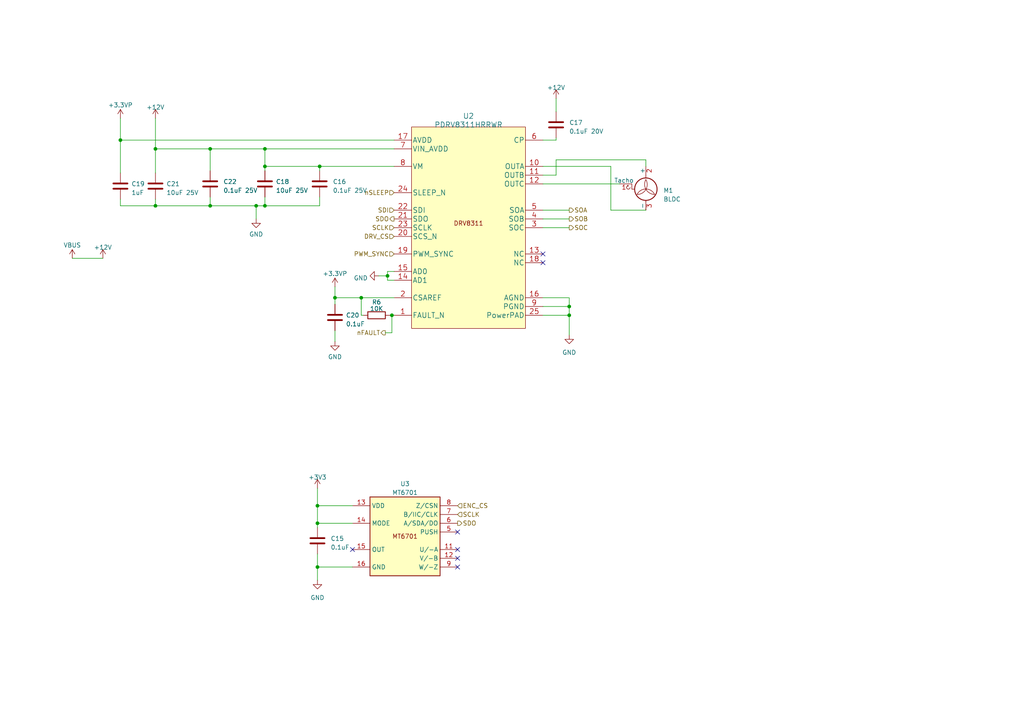
<source format=kicad_sch>
(kicad_sch (version 20230221) (generator eeschema)
  (paper "A4")
  (title_block (title "haptic-knob") (company "wirano"))
  (lib_symbols
    (symbol "Device:C" (pin_numbers hide) (pin_names (offset 0.254))
      (property "Reference" "C" (at 0.635 2.54 0))
      (property "Value" "C" (at 0.635 -2.54 0))
      (symbol "C_0_1"
        (polyline (pts (xy -2.032 -0.762) (xy 2.032 -0.762)) (stroke (width 0.508)))
        (polyline (pts (xy -2.032 0.762) (xy 2.032 0.762)) (stroke (width 0.508)))
      )
      (symbol "C_1_1"
        (pin passive line (at 0 3.81 270) (length 2.794) (name "~") (number "1"))
        (pin passive line (at 0 -3.81 90) (length 2.794) (name "~") (number "2"))
      )
    )
    (symbol "Device:R" (pin_numbers hide) (pin_names (offset 0))
      (property "Reference" "R" (at 2.032 0 90))
      (property "Value" "R" (at 0 0 90))
      (symbol "R_0_1"
        (rectangle (start -1.016 -2.54) (end 1.016 2.54) (stroke (width 0.254)))
      )
      (symbol "R_1_1"
        (pin passive line (at 0 3.81 270) (length 1.27) (name "~") (number "1"))
        (pin passive line (at 0 -3.81 90) (length 1.27) (name "~") (number "2"))
      )
    )
    (symbol "MT6701QT-STD:MT6701"
      (property "Reference" "U" (at -10.16 15.24 0))
      (property "Value" "MT6701" (at -10.16 12.7 0))
      (symbol "MT6701_0_0"
        (rectangle (start -10.16 11.43) (end 10.16 -11.43) (stroke (width 0.254)) (fill (type background)))
        (text "MT6701" (at 0 0 0) (effects (font (size 1.27 1.27))))
      )
      (symbol "MT6701_1_1"
        (pin no_connect line (at -2.54 26.67 0) (length 5.08) hide (name "NC") (number "1"))
        (pin no_connect line (at -2.54 16.51 0) (length 5.08) hide (name "NC") (number "10"))
        (pin output line (at 15.24 -3.81 180) (length 5.08) (name "U/-A") (number "11"))
        (pin output line (at 15.24 -6.35 180) (length 5.08) (name "V/-B") (number "12"))
        (pin power_in line (at -15.24 8.89 0) (length 5.08) (name "VDD") (number "13"))
        (pin input line (at -15.24 3.81 0) (length 5.08) (name "MODE") (number "14"))
        (pin output line (at -15.24 -3.81 0) (length 5.08) (name "OUT") (number "15"))
        (pin power_out line (at -15.24 -8.89 0) (length 5.08) (name "GND") (number "16"))
        (pin no_connect line (at -2.54 24.13 0) (length 5.08) hide (name "NC") (number "2"))
        (pin no_connect line (at -2.54 21.59 0) (length 5.08) hide (name "NC") (number "3"))
        (pin no_connect line (at -2.54 19.05 0) (length 5.08) hide (name "NC") (number "4"))
        (pin output line (at 15.24 1.27 180) (length 5.08) (name "PUSH") (number "5"))
        (pin bidirectional line (at 15.24 3.81 180) (length 5.08) (name "A/SDA/DO") (number "6"))
        (pin bidirectional line (at 15.24 6.35 180) (length 5.08) (name "B/IIC/CLK") (number "7"))
        (pin input line (at 15.24 8.89 180) (length 5.08) (name "Z/CSN") (number "8"))
        (pin output line (at 15.24 -8.89 180) (length 5.08) (name "W/-Z") (number "9"))
      )
    )
    (symbol "Motor:Fan_3pin" (pin_names (offset 0))
      (property "Reference" "M" (at 2.54 2.54 0))
      (property "Value" "Fan_3pin" (at 2.54 -5.08 0))
      (symbol "Fan_3pin_0_0"
        (arc (start -5.588 -1.016) (mid -5.08 -1.5218) (end -4.572 -1.016))
        (arc (start -5.08 -0.508) (mid -5.4392 -0.6568) (end -5.588 -1.016))
        (polyline (pts (xy -5.08 -0.508) (xy -5.334 -0.381)))
        (polyline (pts (xy -5.08 -0.508) (xy -5.207 -0.762)))
        (polyline (pts (xy -4.064 0) (xy -4.064 -1.524) (xy -3.302 -1.524)))
      )
      (symbol "Fan_3pin_0_1"
        (arc (start -2.54 -3.048) (mid 0.0028 -1.6279) (end 0 1.27))
        (circle (center 0 -1.524) (radius 3.2512) (stroke (width 0.254)))
        (polyline (pts (xy -4.064 0) (xy -5.08 0)))
        (polyline (pts (xy 0 -7.62) (xy 0 -7.112)))
        (polyline (pts (xy 0 -4.7752) (xy 0 -5.1816)))
        (polyline (pts (xy 0 1.7272) (xy 0 2.0828)))
        (polyline (pts (xy 0 2.032) (xy 0 2.54)))
        (arc (start 0 1.27) (mid 0.053 -1.619) (end 2.54 -3.048))
        (arc (start 2.54 -3.048) (mid 0 -1.4782) (end -2.54 -3.048))
      )
      (symbol "Fan_3pin_1_1"
        (pin passive line (at -7.62 0 0) (length 2.54) (name "Tacho") (number "1"))
        (pin passive line (at 0 5.08 270) (length 2.54) (name "+") (number "2"))
        (pin passive line (at 0 -7.62 90) (length 2.54) (name "-") (number "3"))
      )
    )
    (symbol "PDRV8311HRRWR:PDRV8311HRRWR" (pin_names (offset 0.254))
      (property "Reference" "U" (at -15.24 31.75 0))
      (property "Value" "PDRV8311HRRWR" (at -6.35 29.21 0))
      (symbol "PDRV8311HRRWR_0_1"
        (text "DRV8311" (at 0 0 0) (effects (font (size 1.27 1.27))))
      )
      (symbol "PDRV8311HRRWR_1_1"
        (rectangle (start -16.51 27.94) (end 16.51 -30.48) (fill (type background)))
        (pin open_collector line (at -21.59 -26.67 0) (length 5.08) (name "FAULT_N") (number "1"))
        (pin unspecified line (at 21.59 16.51 180) (length 5.08) (name "OUTA") (number "10"))
        (pin unspecified line (at 21.59 13.97 180) (length 5.08) (name "OUTB") (number "11"))
        (pin unspecified line (at 21.59 11.43 180) (length 5.08) (name "OUTC") (number "12"))
        (pin unspecified line (at 21.59 -8.89 180) (length 5.08) (name "NC") (number "13"))
        (pin input line (at -21.59 -16.51 0) (length 5.08) (name "AD1") (number "14"))
        (pin input line (at -21.59 -13.97 0) (length 5.08) (name "AD0") (number "15"))
        (pin power_in line (at 21.59 -21.59 180) (length 5.08) (name "AGND") (number "16"))
        (pin power_in line (at -21.59 24.13 0) (length 5.08) (name "AVDD") (number "17"))
        (pin unspecified line (at 21.59 -11.43 180) (length 5.08) (name "NC") (number "18"))
        (pin input line (at -21.59 -8.89 0) (length 5.08) (name "PWM_SYNC") (number "19"))
        (pin power_in line (at -21.59 -21.59 0) (length 5.08) (name "CSAREF") (number "2"))
        (pin input line (at -21.59 -3.81 0) (length 5.08) (name "SCS_N") (number "20"))
        (pin output line (at -21.59 1.27 0) (length 5.08) (name "SDO") (number "21"))
        (pin input line (at -21.59 3.81 0) (length 5.08) (name "SDI") (number "22"))
        (pin input line (at -21.59 -1.27 0) (length 5.08) (name "SCLK") (number "23"))
        (pin input line (at -21.59 8.89 0) (length 5.08) (name "SLEEP_N") (number "24"))
        (pin power_in line (at 21.59 -26.67 180) (length 5.08) (name "PowerPAD") (number "25"))
        (pin unspecified line (at 21.59 -1.27 180) (length 5.08) (name "SOC") (number "3"))
        (pin unspecified line (at 21.59 1.27 180) (length 5.08) (name "SOB") (number "4"))
        (pin unspecified line (at 21.59 3.81 180) (length 5.08) (name "SOA") (number "5"))
        (pin power_in line (at 21.59 24.13 180) (length 5.08) (name "CP") (number "6"))
        (pin power_in line (at -21.59 21.59 0) (length 5.08) (name "VIN_AVDD") (number "7"))
        (pin power_in line (at -21.59 16.51 0) (length 5.08) (name "VM") (number "8"))
        (pin power_in line (at 21.59 -24.13 180) (length 5.08) (name "PGND") (number "9"))
      )
    )
    (symbol "power:+12V" (power) (pin_names (offset 0))
      (property "Value" "+12V" (at 0 3.556 0))
      (symbol "+12V_0_1"
        (polyline (pts (xy -0.762 1.27) (xy 0 2.54)))
        (polyline (pts (xy 0 0) (xy 0 2.54)))
        (polyline (pts (xy 0 2.54) (xy 0.762 1.27)))
      )
      (symbol "+12V_1_1"
        (pin power_in line (at 0 0 90) (length 0) hide (name "+12V") (number "1"))
      )
    )
    (symbol "power:+3.3VP" (power) (pin_names (offset 0))
      (property "Value" "+3.3VP" (at 0 2.54 0))
      (symbol "+3.3VP_0_0"
        (pin power_in line (at 0 0 90) (length 0) hide (name "+3.3VP") (number "1"))
      )
      (symbol "+3.3VP_0_1"
        (polyline (pts (xy -0.762 1.27) (xy 0 2.54)))
        (polyline (pts (xy 0 0) (xy 0 2.54)))
        (polyline (pts (xy 0 2.54) (xy 0.762 1.27)))
      )
    )
    (symbol "power:+3V3" (power) (pin_names (offset 0))
      (property "Value" "+3V3" (at 0 3.556 0))
      (symbol "+3V3_0_1"
        (polyline (pts (xy -0.762 1.27) (xy 0 2.54)))
        (polyline (pts (xy 0 0) (xy 0 2.54)))
        (polyline (pts (xy 0 2.54) (xy 0.762 1.27)))
      )
      (symbol "+3V3_1_1"
        (pin power_in line (at 0 0 90) (length 0) hide (name "+3V3") (number "1"))
      )
    )
    (symbol "power:GND" (power) (pin_names (offset 0))
      (property "Value" "GND" (at 0 -3.81 0))
      (symbol "GND_0_1"
        (polyline (pts (xy 0 0) (xy 0 -1.27) (xy 1.27 -1.27) (xy 0 -2.54) (xy -1.27 -1.27) (xy 0 -1.27)))
      )
      (symbol "GND_1_1"
        (pin power_in line (at 0 0 270) (length 0) hide (name "GND") (number "1"))
      )
    )
    (symbol "power:VBUS" (power) (pin_names (offset 0))
      (property "Value" "VBUS" (at 0 3.81 0))
      (symbol "VBUS_0_1"
        (polyline (pts (xy -0.762 1.27) (xy 0 2.54)))
        (polyline (pts (xy 0 0) (xy 0 2.54)))
        (polyline (pts (xy 0 2.54) (xy 0.762 1.27)))
      )
      (symbol "VBUS_1_1"
        (pin power_in line (at 0 0 90) (length 0) hide (name "VBUS") (number "1"))
      )
    )
  )
  (junction (at 165.1 88.9))
  (junction (at 92.075 146.685))
  (junction (at 112.395 80.01))
  (junction (at 74.295 59.69))
  (junction (at 60.96 59.69))
  (junction (at 92.075 164.465))
  (junction (at 76.835 48.26))
  (junction (at 45.085 59.69))
  (junction (at 92.71 48.26))
  (junction (at 165.1 91.44))
  (junction (at 76.835 59.69))
  (junction (at 104.775 86.36))
  (junction (at 92.075 151.765))
  (junction (at 97.155 86.36))
  (junction (at 45.085 43.18))
  (junction (at 113.665 91.44))
  (junction (at 34.925 40.64))
  (junction (at 60.96 43.18))
  (junction (at 76.835 43.18))
  (no_connect (at 157.48 76.2))
  (no_connect (at 132.715 164.465))
  (no_connect (at 132.715 154.305))
  (no_connect (at 102.235 159.385))
  (no_connect (at 157.48 73.66))
  (no_connect (at 132.715 161.925))
  (no_connect (at 132.715 159.385))
  (wire (pts (xy 60.96 59.69) (xy 74.295 59.69)))
  (wire (pts (xy 161.29 28.575) (xy 161.29 32.385)))
  (wire (pts (xy 104.775 91.44) (xy 104.775 86.36)))
  (wire (pts (xy 161.29 40.64) (xy 157.48 40.64)))
  (wire (pts (xy 92.075 141.605) (xy 92.075 146.685)))
  (wire (pts (xy 76.835 49.53) (xy 76.835 48.26)))
  (wire (pts (xy 161.29 40.005) (xy 161.29 40.64)))
  (wire (pts (xy 60.96 43.18) (xy 76.835 43.18)))
  (wire (pts (xy 157.48 66.04) (xy 165.1 66.04)))
  (wire (pts (xy 92.71 49.53) (xy 92.71 48.26)))
  (wire (pts (xy 92.71 59.69) (xy 92.71 57.15)))
  (wire (pts (xy 34.925 50.165) (xy 34.925 40.64)))
  (wire (pts (xy 45.085 43.18) (xy 45.085 34.29)))
  (wire (pts (xy 34.925 59.69) (xy 45.085 59.69)))
  (wire (pts (xy 187.325 46.355) (xy 187.325 48.26)))
  (wire (pts (xy 109.855 80.01) (xy 112.395 80.01)))
  (wire (pts (xy 104.775 91.44) (xy 105.41 91.44)))
  (wire (pts (xy 76.835 59.69) (xy 92.71 59.69)))
  (wire (pts (xy 165.1 86.36) (xy 165.1 88.9)))
  (wire (pts (xy 157.48 50.8) (xy 161.29 50.8)))
  (wire (pts (xy 97.155 86.36) (xy 104.775 86.36)))
  (wire (pts (xy 97.155 86.36) (xy 97.155 88.265)))
  (wire (pts (xy 113.665 96.52) (xy 113.665 91.44)))
  (wire (pts (xy 92.075 146.685) (xy 92.075 151.765)))
  (wire (pts (xy 113.665 91.44) (xy 114.3 91.44)))
  (wire (pts (xy 60.96 43.18) (xy 60.96 49.53)))
  (wire (pts (xy 76.835 57.15) (xy 76.835 59.69)))
  (wire (pts (xy 157.48 60.96) (xy 165.1 60.96)))
  (wire (pts (xy 111.76 96.52) (xy 113.665 96.52)))
  (wire (pts (xy 92.075 164.465) (xy 102.235 164.465)))
  (wire (pts (xy 177.165 48.26) (xy 157.48 48.26)))
  (wire (pts (xy 45.085 59.69) (xy 60.96 59.69)))
  (wire (pts (xy 113.03 91.44) (xy 113.665 91.44)))
  (wire (pts (xy 165.1 91.44) (xy 165.1 97.155)))
  (wire (pts (xy 76.835 43.18) (xy 76.835 48.26)))
  (wire (pts (xy 74.295 59.69) (xy 76.835 59.69)))
  (wire (pts (xy 187.325 60.96) (xy 177.165 60.96)))
  (wire (pts (xy 92.075 168.275) (xy 92.075 164.465)))
  (wire (pts (xy 34.925 40.64) (xy 114.3 40.64)))
  (wire (pts (xy 92.075 160.655) (xy 92.075 164.465)))
  (wire (pts (xy 20.955 74.93) (xy 29.845 74.93)))
  (wire (pts (xy 92.075 146.685) (xy 102.235 146.685)))
  (wire (pts (xy 60.96 43.18) (xy 45.085 43.18)))
  (wire (pts (xy 97.155 83.185) (xy 97.155 86.36)))
  (wire (pts (xy 97.155 95.885) (xy 97.155 99.06)))
  (wire (pts (xy 165.1 88.9) (xy 165.1 91.44)))
  (wire (pts (xy 74.295 59.69) (xy 74.295 63.5)))
  (wire (pts (xy 45.085 43.18) (xy 45.085 50.165)))
  (wire (pts (xy 157.48 53.34) (xy 179.705 53.34)))
  (wire (pts (xy 92.075 151.765) (xy 102.235 151.765)))
  (wire (pts (xy 157.48 88.9) (xy 165.1 88.9)))
  (wire (pts (xy 34.925 57.785) (xy 34.925 59.69)))
  (wire (pts (xy 114.3 78.74) (xy 112.395 78.74)))
  (wire (pts (xy 76.835 43.18) (xy 114.3 43.18)))
  (wire (pts (xy 34.925 34.29) (xy 34.925 40.64)))
  (wire (pts (xy 157.48 63.5) (xy 165.1 63.5)))
  (wire (pts (xy 60.96 57.15) (xy 60.96 59.69)))
  (wire (pts (xy 45.085 57.785) (xy 45.085 59.69)))
  (wire (pts (xy 76.835 48.26) (xy 92.71 48.26)))
  (wire (pts (xy 92.71 48.26) (xy 114.3 48.26)))
  (wire (pts (xy 112.395 78.74) (xy 112.395 80.01)))
  (wire (pts (xy 177.165 60.96) (xy 177.165 48.26)))
  (wire (pts (xy 92.075 153.035) (xy 92.075 151.765)))
  (wire (pts (xy 157.48 86.36) (xy 165.1 86.36)))
  (wire (pts (xy 104.775 86.36) (xy 114.3 86.36)))
  (wire (pts (xy 161.29 46.355) (xy 161.29 50.8)))
  (wire (pts (xy 157.48 91.44) (xy 165.1 91.44)))
  (wire (pts (xy 187.325 46.355) (xy 161.29 46.355)))
  (wire (pts (xy 112.395 81.28) (xy 114.3 81.28)))
  (wire (pts (xy 112.395 80.01) (xy 112.395 81.28)))
  (hierarchical_label "SDI" (shape input) (at 114.3 60.96 180))
  (hierarchical_label "SOC" (shape output) (at 165.1 66.04 0))
  (hierarchical_label "SCLK" (shape input) (at 114.3 66.04 180))
  (hierarchical_label "ENC_CS" (shape input) (at 132.715 146.685 0))
  (hierarchical_label "PWM_SYNC" (shape input) (at 114.3 73.66 180))
  (hierarchical_label "nSLEEP" (shape input) (at 114.3 55.88 180))
  (hierarchical_label "SDO" (shape output) (at 114.3 63.5 180))
  (hierarchical_label "SCLK" (shape input) (at 132.715 149.225 0))
  (hierarchical_label "nFAULT" (shape output) (at 111.76 96.52 180))
  (hierarchical_label "DRV_CS" (shape input) (at 114.3 68.58 180))
  (hierarchical_label "SOB" (shape output) (at 165.1 63.5 0))
  (hierarchical_label "SDO" (shape output) (at 132.715 151.765 0))
  (hierarchical_label "SOA" (shape output) (at 165.1 60.96 0))
  (symbol (lib_id "power:GND") (at 74.295 63.5 0) (unit 1)
    (property "Reference" "#PWR024" (effects hide))
    (property "Value" "GND" (at 74.295 67.945 0))
  )
  (symbol (lib_id "Motor:Fan_3pin") (at 187.325 53.34 0) (unit 1)
    (property "Reference" "M1" (at 192.405 55.245 0) (effects (justify left)))
    (property "Value" "BLDC" (at 192.405 57.785 0) (effects (justify left)))
    (property "Footprint" "Connector_JST:JST_SH_BM03B-SRSS-TB_1x03-1MP_P1.00mm_Vertical" (effects hide))
    (property "Datasheet" "http://www.hardwarecanucks.com/forum/attachments/new-builds/16287d1330775095-help-chassis-power-fan-connectors-motherboard-asus_p8z68.jpg" (effects hide))
  )
  (symbol (lib_id "power:GND") (at 109.855 80.01 270) (unit 1)
    (property "Reference" "#PWR050" (effects hide))
    (property "Value" "GND" (at 106.68 80.645 90) (effects (justify right)))
  )
  (symbol (lib_id "power:VBUS") (at 20.955 74.93 0) (unit 1)
    (property "Reference" "#PWR044" (effects hide))
    (property "Value" "VBUS" (at 20.955 71.12 0))
  )
  (symbol (lib_id "power:+3.3VP") (at 97.155 83.185 0) (unit 1)
    (property "Reference" "#PWR027" (effects hide))
    (property "Value" "+3.3VP" (at 97.155 79.375 0))
  )
  (symbol (lib_id "power:+12V") (at 29.845 74.93 0) (unit 1)
    (property "Reference" "#PWR045" (effects hide))
    (property "Value" "+12V" (at 29.845 71.755 0))
  )
  (symbol (lib_id "PDRV8311HRRWR:PDRV8311HRRWR") (at 135.89 64.77 0) (unit 1)
    (property "Reference" "U2" (at 135.89 33.655 0) (effects (font (size 1.524 1.524))))
    (property "Value" "PDRV8311HRRWR" (at 135.89 36.195 0) (effects (font (size 1.524 1.524))))
    (property "Footprint" "library:PDRV8311HRRWR" (effects hide))
    (property "Datasheet" "https://www.ti.com/lit/gpn/drv8311" (effects hide))
  )
  (symbol (lib_id "Device:C") (at 92.71 53.34 0) (unit 1)
    (property "Reference" "C16" (at 96.52 52.705 0) (effects (justify left)))
    (property "Value" "0.1uF 25V" (at 96.52 55.245 0) (effects (justify left)))
    (property "Footprint" "Capacitor_SMD:C_0402_1005Metric" (effects hide))
  )
  (symbol (lib_id "power:+3.3VP") (at 34.925 34.29 0) (unit 1)
    (property "Reference" "#PWR026" (effects hide))
    (property "Value" "+3.3VP" (at 34.925 30.48 0))
  )
  (symbol (lib_id "Device:C") (at 161.29 36.195 0) (unit 1)
    (property "Reference" "C17" (at 165.1 35.56 0) (effects (justify left)))
    (property "Value" "0.1uF 20V" (at 165.1 38.1 0) (effects (justify left)))
    (property "Footprint" "Capacitor_SMD:C_0402_1005Metric" (effects hide))
  )
  (symbol (lib_id "Device:C") (at 97.155 92.075 0) (unit 1)
    (property "Reference" "C20" (at 100.33 91.44 0) (effects (justify left)))
    (property "Value" "0.1uF" (at 100.33 93.98 0) (effects (justify left)))
    (property "Footprint" "Capacitor_SMD:C_0402_1005Metric" (effects hide))
  )
  (symbol (lib_id "Device:C") (at 34.925 53.975 0) (unit 1)
    (property "Reference" "C19" (at 38.1 53.34 0) (effects (justify left)))
    (property "Value" "1uF" (at 38.1 55.88 0) (effects (justify left)))
    (property "Footprint" "Capacitor_SMD:C_0402_1005Metric" (effects hide))
  )
  (symbol (lib_id "power:GND") (at 165.1 97.155 0) (unit 1)
    (property "Reference" "#PWR020" (effects hide))
    (property "Value" "GND" (at 165.1 102.235 0))
  )
  (symbol (lib_id "power:+3V3") (at 92.075 141.605 0) (unit 1)
    (property "Reference" "#PWR012" (effects hide))
    (property "Value" "+3V3" (at 92.075 138.43 0))
  )
  (symbol (lib_id "power:+12V") (at 45.085 34.29 0) (unit 1)
    (property "Reference" "#PWR023" (effects hide))
    (property "Value" "+12V" (at 45.085 31.115 0))
  )
  (symbol (lib_id "Device:R") (at 109.22 91.44 270) (unit 1)
    (property "Reference" "R6" (at 109.22 87.63 90))
    (property "Value" "10K" (at 109.22 89.535 90))
    (property "Footprint" "Resistor_SMD:R_0402_1005Metric" (effects hide))
  )
  (symbol (lib_id "Device:C") (at 45.085 53.975 0) (unit 1)
    (property "Reference" "C21" (at 48.26 53.34 0) (effects (justify left)))
    (property "Value" "10uF 25V" (at 48.26 55.88 0) (effects (justify left)))
    (property "Footprint" "Capacitor_SMD:C_0603_1608Metric" (effects hide))
  )
  (symbol (lib_id "Device:C") (at 92.075 156.845 0) (unit 1)
    (property "Reference" "C15" (at 95.885 156.21 0) (effects (justify left)))
    (property "Value" "0.1uF" (at 95.885 158.75 0) (effects (justify left)))
    (property "Footprint" "Capacitor_SMD:C_0402_1005Metric" (effects hide))
  )
  (symbol (lib_id "power:GND") (at 97.155 99.06 0) (unit 1)
    (property "Reference" "#PWR025" (effects hide))
    (property "Value" "GND" (at 97.155 103.505 0))
  )
  (symbol (lib_id "power:GND") (at 92.075 168.275 0) (unit 1)
    (property "Reference" "#PWR022" (effects hide))
    (property "Value" "GND" (at 92.075 173.355 0))
  )
  (symbol (lib_id "Device:C") (at 76.835 53.34 0) (unit 1)
    (property "Reference" "C18" (at 80.01 52.705 0) (effects (justify left)))
    (property "Value" "10uF 25V" (at 80.01 55.245 0) (effects (justify left)))
    (property "Footprint" "Capacitor_SMD:C_0603_1608Metric" (effects hide))
  )
  (symbol (lib_id "Device:C") (at 60.96 53.34 0) (unit 1)
    (property "Reference" "C22" (at 64.77 52.705 0) (effects (justify left)))
    (property "Value" "0.1uF 25V" (at 64.77 55.245 0) (effects (justify left)))
    (property "Footprint" "Capacitor_SMD:C_0402_1005Metric" (effects hide))
  )
  (symbol (lib_id "MT6701QT-STD:MT6701") (at 117.475 155.575 0) (unit 1)
    (property "Reference" "U3" (at 117.475 140.335 0))
    (property "Value" "MT6701" (at 117.475 142.875 0))
    (property "Footprint" "Package_DFN_QFN:QFN-16-1EP_3x3mm_P0.5mm_EP1.7x1.7mm" (effects hide))
    (property "Datasheet" "https://www.magntek.com.cn/upload/MT6701_Rev.1.7.pdf" (effects hide))
  )
  (symbol (lib_id "power:+12V") (at 161.29 28.575 0) (unit 1)
    (property "Reference" "#PWR029" (effects hide))
    (property "Value" "+12V" (at 161.29 25.4 0))
  )
)
</source>
